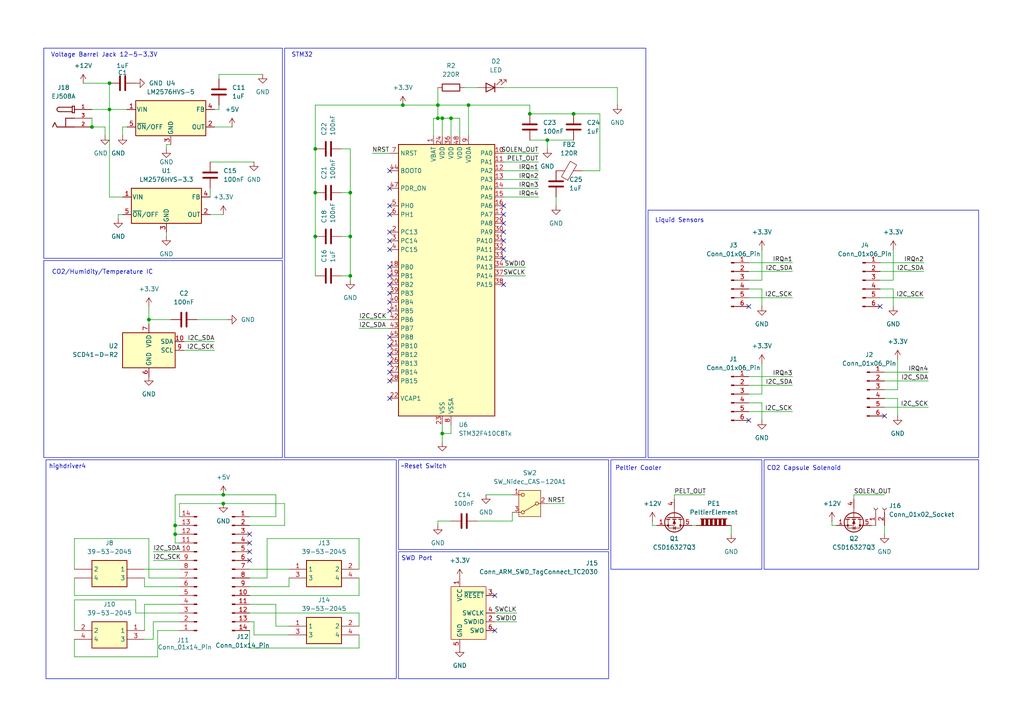
<source format=kicad_sch>
(kicad_sch (version 20231120) (generator "eeschema") (generator_version "8.0")
  (paper "A4")
  (lib_symbols
    (symbol "39-53-2045_1" (pin_numbers hide)
      (property "Reference" "J" (at 16.51 7.62 0))
      (property "Value" "39-53-2045" (at 16.51 5.08 0))
      (symbol "39-53-2045_1_1_1"
        (pin passive line (at 20.32 0 180) (length 5.08) (name "1") (number "1"))
        (pin passive line (at 0 0 0) (length 5.08) (name "2") (number "2"))
        (pin passive line (at 20.32 -2.54 180) (length 5.08) (name "3") (number "3"))
        (pin passive line (at 0 -2.54 0) (length 5.08) (name "4") (number "4"))
      )
    )
    (symbol "Connector:Conn_01x02_Socket" (pin_names (offset 1.016) hide)
      (property "Reference" "J" (at 0 2.54 0))
      (property "Value" "Conn_01x02_Socket" (at 0 -5.08 0))
      (symbol "Conn_01x02_Socket_1_1"
        (pin passive line (at -5.08 0 0) (length 3.81) (name "Pin_1") (number "1"))
        (pin passive line (at -5.08 -2.54 0) (length 3.81) (name "Pin_2") (number "2"))
      )
    )
    (symbol "Connector:Conn_01x06_Pin" (pin_names (offset 1.016) hide)
      (property "Reference" "J" (at 0 7.62 0))
      (property "Value" "Conn_01x06_Pin" (at 0 -10.16 0))
      (symbol "Conn_01x06_Pin_1_1"
        (pin passive line (at 5.08 5.08 180) (length 3.81) (name "Pin_1") (number "1"))
        (pin passive line (at 5.08 2.54 180) (length 3.81) (name "Pin_2") (number "2"))
        (pin passive line (at 5.08 0 180) (length 3.81) (name "Pin_3") (number "3"))
        (pin passive line (at 5.08 -2.54 180) (length 3.81) (name "Pin_4") (number "4"))
        (pin passive line (at 5.08 -5.08 180) (length 3.81) (name "Pin_5") (number "5"))
        (pin passive line (at 5.08 -7.62 180) (length 3.81) (name "Pin_6") (number "6"))
      )
    )
    (symbol "Connector:Conn_01x14_Pin" (pin_names (offset 1.016) hide)
      (property "Reference" "J" (at 0 17.78 0))
      (property "Value" "Conn_01x14_Pin" (at 0 -20.32 0))
      (symbol "Conn_01x14_Pin_1_1"
        (pin passive line (at 5.08 15.24 180) (length 3.81) (name "Pin_1") (number "1"))
        (pin passive line (at 5.08 -7.62 180) (length 3.81) (name "Pin_10") (number "10"))
        (pin passive line (at 5.08 -10.16 180) (length 3.81) (name "Pin_11") (number "11"))
        (pin passive line (at 5.08 -12.7 180) (length 3.81) (name "Pin_12") (number "12"))
        (pin passive line (at 5.08 -15.24 180) (length 3.81) (name "Pin_13") (number "13"))
        (pin passive line (at 5.08 -17.78 180) (length 3.81) (name "Pin_14") (number "14"))
        (pin passive line (at 5.08 12.7 180) (length 3.81) (name "Pin_2") (number "2"))
        (pin passive line (at 5.08 10.16 180) (length 3.81) (name "Pin_3") (number "3"))
        (pin passive line (at 5.08 7.62 180) (length 3.81) (name "Pin_4") (number "4"))
        (pin passive line (at 5.08 5.08 180) (length 3.81) (name "Pin_5") (number "5"))
        (pin passive line (at 5.08 2.54 180) (length 3.81) (name "Pin_6") (number "6"))
        (pin passive line (at 5.08 0 180) (length 3.81) (name "Pin_7") (number "7"))
        (pin passive line (at 5.08 -2.54 180) (length 3.81) (name "Pin_8") (number "8"))
        (pin passive line (at 5.08 -5.08 180) (length 3.81) (name "Pin_9") (number "9"))
      )
    )
    (symbol "Connector:Conn_ARM_SWD_TagConnect_TC2030" (in_bom no)
      (property "Reference" "J" (at 2.54 11.43 0))
      (property "Value" "Conn_ARM_SWD_TagConnect_TC2030" (at 5.08 8.89 0))
      (symbol "Conn_ARM_SWD_TagConnect_TC2030_0_0"
        (pin power_in line (at -2.54 10.16 270) (length 2.54) (name "VCC") (number "1"))
        (pin bidirectional line (at 7.62 -2.54 180) (length 2.54) (name "SWDIO") (number "2"))
        (pin open_collector line (at 7.62 5.08 180) (length 2.54) (name "~{RESET}") (number "3"))
        (pin output line (at 7.62 0 180) (length 2.54) (name "SWCLK") (number "4"))
        (pin power_in line (at -2.54 -10.16 90) (length 2.54) (name "GND") (number "5"))
        (pin input line (at 7.62 -5.08 180) (length 2.54) (name "SWO") (number "6"))
      )
    )
    (symbol "Device:C" (pin_numbers hide) (pin_names (offset 0.254))
      (property "Reference" "C" (at 0.635 2.54 0))
      (property "Value" "C" (at 0.635 -2.54 0))
      (symbol "C_1_1"
        (pin passive line (at 0 3.81 270) (length 2.794) (name "~") (number "1"))
        (pin passive line (at 0 -3.81 90) (length 2.794) (name "~") (number "2"))
      )
    )
    (symbol "Device:FerriteBead" (pin_numbers hide) (pin_names (offset 0))
      (property "Reference" "FB" (at -3.81 0.635 90))
      (property "Value" "FerriteBead" (at 3.81 0 90))
      (symbol "FerriteBead_1_1"
        (pin passive line (at 0 3.81 270) (length 2.54) (name "~") (number "1"))
        (pin passive line (at 0 -3.81 90) (length 2.54) (name "~") (number "2"))
      )
    )
    (symbol "Device:LED" (pin_numbers hide) (pin_names (offset 1.016) hide)
      (property "Reference" "D" (at 0 2.54 0))
      (property "Value" "LED" (at 0 -2.54 0))
      (symbol "LED_1_1"
        (pin passive line (at -3.81 0 0) (length 2.54) (name "K") (number "1"))
        (pin passive line (at 3.81 0 180) (length 2.54) (name "A") (number "2"))
      )
    )
    (symbol "Device:PeltierElement" (pin_numbers hide) (pin_names (offset 0))
      (property "Reference" "PE" (at 0 3.175 0))
      (property "Value" "PeltierElement" (at 0 -1.27 0))
      (symbol "PeltierElement_1_1"
        (pin passive line (at -5.08 0 0) (length 1.27) (name "~") (number "1"))
        (pin passive line (at 5.08 0 180) (length 1.27) (name "~") (number "2"))
      )
    )
    (symbol "Device:R" (pin_numbers hide) (pin_names (offset 0))
      (property "Reference" "R" (at 2.032 0 90))
      (property "Value" "R" (at 0 0 90))
      (symbol "R_1_1"
        (pin passive line (at 0 3.81 270) (length 1.27) (name "~") (number "1"))
        (pin passive line (at 0 -3.81 90) (length 1.27) (name "~") (number "2"))
      )
    )
    (symbol "MCU_ST_STM32F4:STM32F410C8Tx"
      (property "Reference" "U" (at -12.7 41.91 0))
      (property "Value" "STM32F410C8Tx" (at 10.16 41.91 0))
      (symbol "STM32F410C8Tx_1_1"
        (pin power_in line (at -2.54 43.18 270) (length 2.54) (name "VBAT") (number "1"))
        (pin bidirectional line (at 17.78 38.1 180) (length 2.54) (name "PA0") (number "10"))
        (pin bidirectional line (at 17.78 35.56 180) (length 2.54) (name "PA1") (number "11"))
        (pin bidirectional line (at 17.78 33.02 180) (length 2.54) (name "PA2") (number "12"))
        (pin bidirectional line (at 17.78 30.48 180) (length 2.54) (name "PA3") (number "13"))
        (pin bidirectional line (at 17.78 27.94 180) (length 2.54) (name "PA4") (number "14"))
        (pin bidirectional line (at 17.78 25.4 180) (length 2.54) (name "PA5") (number "15"))
        (pin bidirectional line (at 17.78 22.86 180) (length 2.54) (name "PA6") (number "16"))
        (pin bidirectional line (at 17.78 20.32 180) (length 2.54) (name "PA7") (number "17"))
        (pin bidirectional line (at -15.24 5.08 0) (length 2.54) (name "PB0") (number "18"))
        (pin bidirectional line (at -15.24 2.54 0) (length 2.54) (name "PB1") (number "19"))
        (pin bidirectional line (at -15.24 15.24 0) (length 2.54) (name "PC13") (number "2"))
        (pin bidirectional line (at -15.24 0 0) (length 2.54) (name "PB2") (number "20"))
        (pin bidirectional line (at -15.24 -17.78 0) (length 2.54) (name "PB10") (number "21"))
        (pin power_out line (at -15.24 -33.02 0) (length 2.54) (name "VCAP1") (number "22"))
        (pin power_in line (at 0 -40.64 90) (length 2.54) (name "VSS") (number "23"))
        (pin power_in line (at 0 43.18 270) (length 2.54) (name "VDD") (number "24"))
        (pin bidirectional line (at -15.24 -20.32 0) (length 2.54) (name "PB12") (number "25"))
        (pin bidirectional line (at -15.24 -22.86 0) (length 2.54) (name "PB13") (number "26"))
        (pin bidirectional line (at -15.24 -25.4 0) (length 2.54) (name "PB14") (number "27"))
        (pin bidirectional line (at -15.24 -27.94 0) (length 2.54) (name "PB15") (number "28"))
        (pin bidirectional line (at 17.78 17.78 180) (length 2.54) (name "PA8") (number "29"))
        (pin bidirectional line (at -15.24 12.7 0) (length 2.54) (name "PC14") (number "3"))
        (pin bidirectional line (at 17.78 15.24 180) (length 2.54) (name "PA9") (number "30"))
        (pin bidirectional line (at 17.78 12.7 180) (length 2.54) (name "PA10") (number "31"))
        (pin bidirectional line (at 17.78 10.16 180) (length 2.54) (name "PA11") (number "32"))
        (pin bidirectional line (at 17.78 7.62 180) (length 2.54) (name "PA12") (number "33"))
        (pin bidirectional line (at 17.78 5.08 180) (length 2.54) (name "PA13") (number "34"))
        (pin passive line (at 0 -40.64 90) (length 2.54) hide (name "VSS") (number "35"))
        (pin power_in line (at 2.54 43.18 270) (length 2.54) (name "VDD") (number "36"))
        (pin bidirectional line (at 17.78 2.54 180) (length 2.54) (name "PA14") (number "37"))
        (pin bidirectional line (at 17.78 0 180) (length 2.54) (name "PA15") (number "38"))
        (pin bidirectional line (at -15.24 -2.54 0) (length 2.54) (name "PB3") (number "39"))
        (pin bidirectional line (at -15.24 10.16 0) (length 2.54) (name "PC15") (number "4"))
        (pin bidirectional line (at -15.24 -5.08 0) (length 2.54) (name "PB4") (number "40"))
        (pin bidirectional line (at -15.24 -7.62 0) (length 2.54) (name "PB5") (number "41"))
        (pin bidirectional line (at -15.24 -10.16 0) (length 2.54) (name "PB6") (number "42"))
        (pin bidirectional line (at -15.24 -12.7 0) (length 2.54) (name "PB7") (number "43"))
        (pin input line (at -15.24 33.02 0) (length 2.54) (name "BOOT0") (number "44"))
        (pin bidirectional line (at -15.24 -15.24 0) (length 2.54) (name "PB8") (number "45"))
        (pin passive line (at 0 -40.64 90) (length 2.54) hide (name "VSS") (number "46"))
        (pin input line (at -15.24 27.94 0) (length 2.54) (name "PDR_ON") (number "47"))
        (pin power_in line (at 5.08 43.18 270) (length 2.54) (name "VDD") (number "48"))
        (pin bidirectional line (at -15.24 22.86 0) (length 2.54) (name "PH0") (number "5"))
        (pin bidirectional line (at -15.24 20.32 0) (length 2.54) (name "PH1") (number "6"))
        (pin input line (at -15.24 38.1 0) (length 2.54) (name "NRST") (number "7"))
        (pin power_in line (at 2.54 -40.64 90) (length 2.54) (name "VSSA") (number "8"))
        (pin power_in line (at 7.62 43.18 270) (length 2.54) (name "VDDA") (number "9"))
      )
    )
    (symbol "Regulator_Switching:LM2576HVS-3.3" (pin_names (offset 0.254))
      (property "Reference" "U" (at -10.16 6.35 0))
      (property "Value" "LM2576HVS-3.3" (at 0 6.35 0))
      (symbol "LM2576HVS-3.3_1_1"
        (pin power_in line (at -12.7 2.54 0) (length 2.54) (name "VIN") (number "1"))
        (pin output line (at 12.7 -2.54 180) (length 2.54) (name "OUT") (number "2"))
        (pin power_in line (at 0 -7.62 90) (length 2.54) (name "GND") (number "3"))
        (pin input line (at 12.7 2.54 180) (length 2.54) (name "FB") (number "4"))
        (pin input line (at -12.7 -2.54 0) (length 2.54) (name "~{ON}/OFF") (number "5"))
      )
    )
    (symbol "Regulator_Switching:LM2576HVS-5" (pin_names (offset 0.254))
      (property "Reference" "U" (at -10.16 6.35 0))
      (property "Value" "LM2576HVS-5" (at 0 6.35 0))
      (symbol "LM2576HVS-5_1_1"
        (pin power_in line (at -12.7 2.54 0) (length 2.54) (name "VIN") (number "1"))
        (pin output line (at 12.7 -2.54 180) (length 2.54) (name "OUT") (number "2"))
        (pin power_in line (at 0 -7.62 90) (length 2.54) (name "GND") (number "3"))
        (pin input line (at 12.7 2.54 180) (length 2.54) (name "FB") (number "4"))
        (pin input line (at -12.7 -2.54 0) (length 2.54) (name "~{ON}/OFF") (number "5"))
      )
    )
    (symbol "Sensor_Gas:SCD41-D-R2"
      (property "Reference" "U" (at -7.62 6.35 0))
      (property "Value" "SCD41-D-R2" (at 6.985 6.35 0))
      (symbol "SCD41-D-R2_1_1"
        (pin bidirectional line (at 10.16 2.54 180) (length 2.54) (name "SDA") (number "10"))
        (pin passive line (at 0 7.62 270) (length 2.54) hide (name "VDD") (number "19"))
        (pin passive line (at 0 -7.62 90) (length 2.54) hide (name "GND") (number "20"))
        (pin passive line (at 0 -7.62 90) (length 2.54) hide (name "GND") (number "21"))
        (pin power_in line (at 0 -7.62 90) (length 2.54) (name "GND") (number "6"))
        (pin power_in line (at 0 7.62 270) (length 2.54) (name "VDD") (number "7"))
        (pin input line (at 10.16 0 180) (length 2.54) (name "SCL") (number "9"))
      )
    )
    (symbol "Switch:SW_Nidec_CAS-120A1" (pin_names (offset 1) hide)
      (property "Reference" "SW" (at 0 4.318 0))
      (property "Value" "SW_Nidec_CAS-120A1" (at 0 -5.08 0))
      (symbol "SW_Nidec_CAS-120A1_1_1"
        (pin passive line (at 5.08 -2.54 180) (length 2.54) (name "C") (number "1"))
        (pin passive line (at -5.08 0 0) (length 2.54) (name "B") (number "2"))
        (pin passive line (at 5.08 2.54 180) (length 2.54) (name "A") (number "3"))
      )
    )
    (symbol "Transistor_FET:CSD16327Q3" (pin_names hide)
      (property "Reference" "Q" (at 5.08 1.905 0))
      (property "Value" "CSD16327Q3" (at 5.08 0 0))
      (symbol "CSD16327Q3_1_1"
        (pin passive line (at 2.54 -5.08 90) (length 2.54) (name "S") (number "1"))
        (pin passive line (at 2.54 -5.08 90) (length 2.54) hide (name "S") (number "2"))
        (pin passive line (at 2.54 -5.08 90) (length 2.54) hide (name "S") (number "3"))
        (pin passive line (at -5.08 0 0) (length 2.54) (name "G") (number "4"))
        (pin passive line (at 2.54 5.08 270) (length 2.54) (name "D") (number "5"))
      )
    )
    (symbol "barrel_jack_EJ508A:EJ508A" (pin_names (offset 1.016))
      (property "Reference" "J" (at -5.08 5.08 0))
      (property "Value" "EJ508A" (at -5.08 -7.62 0))
      (symbol "EJ508A_0_0"
        (pin passive line (at 5.08 2.54 180) (length 5.08) (name "~") (number "1"))
        (pin passive line (at 5.08 -2.54 180) (length 5.08) (name "~") (number "2"))
        (pin passive line (at 5.08 0 180) (length 5.08) (name "~") (number "3"))
      )
    )
    (symbol "microfluid_connector:39-53-2045"
      (property "Reference" "J" (at 16.51 7.62 0))
      (property "Value" "39-53-2045" (at 16.51 5.08 0))
      (symbol "39-53-2045_1_1"
        (pin passive line (at 20.32 0 180) (length 5.08) (name "1") (number "1"))
        (pin passive line (at 0 0 0) (length 5.08) (name "2") (number "2"))
        (pin passive line (at 20.32 -2.54 180) (length 5.08) (name "3") (number "3"))
        (pin passive line (at 0 -2.54 0) (length 5.08) (name "4") (number "4"))
      )
    )
    (symbol "power:+12V" (power) (pin_numbers hide) (pin_names (offset 0) hide)
      (property "Value" "+12V" (at 0 3.556 0))
      (symbol "+12V_1_1"
        (pin power_in line (at 0 0 90) (length 0) (name "~") (number "1"))
      )
    )
    (symbol "power:+3.3V" (power) (pin_numbers hide) (pin_names (offset 0) hide)
      (property "Value" "+3.3V" (at 0 3.556 0))
      (symbol "+3.3V_1_1"
        (pin power_in line (at 0 0 90) (length 0) (name "~") (number "1"))
      )
    )
    (symbol "power:+5V" (power) (pin_numbers hide) (pin_names (offset 0) hide)
      (property "Value" "+5V" (at 0 3.556 0))
      (symbol "+5V_1_1"
        (pin power_in line (at 0 0 90) (length 0) (name "~") (number "1"))
      )
    )
    (symbol "power:GND" (power) (pin_numbers hide) (pin_names (offset 0) hide)
      (property "Value" "GND" (at 0 -3.81 0))
      (symbol "GND_1_1"
        (pin power_in line (at 0 0 270) (length 0) (name "~") (number "1"))
      )
    )
  )
  (junction (at 127 30.48))
  (junction (at 101.6 80.01))
  (junction (at 91.44 68.58))
  (junction (at 50.8 154.94))
  (junction (at 166.37 33.02))
  (junction (at 91.44 55.88))
  (junction (at 101.6 68.58))
  (junction (at 153.67 33.02))
  (junction (at 130.81 34.29))
  (junction (at 128.27 34.29))
  (junction (at 50.8 152.4))
  (junction (at 91.44 43.18))
  (junction (at 31.75 24.13))
  (junction (at 128.27 125.73))
  (junction (at 158.75 40.64))
  (junction (at 31.75 31.75))
  (junction (at 127 34.29))
  (junction (at 64.77 143.51))
  (junction (at 116.84 30.48))
  (junction (at 135.89 30.48))
  (junction (at 43.18 92.71))
  (junction (at 64.77 146.05))
  (junction (at 101.6 55.88))
  (junction (at 26.67 36.83))
  (no_connect (at 113.03 67.31))
  (no_connect (at 113.03 82.55))
  (no_connect (at 113.03 59.69))
  (no_connect (at 72.39 162.56))
  (no_connect (at 113.03 110.49))
  (no_connect (at 72.39 157.48))
  (no_connect (at 146.05 82.55))
  (no_connect (at 146.05 64.77))
  (no_connect (at 255.27 88.9))
  (no_connect (at 72.39 154.94))
  (no_connect (at 217.17 121.92))
  (no_connect (at 113.03 87.63))
  (no_connect (at 113.03 105.41))
  (no_connect (at 113.03 72.39))
  (no_connect (at 113.03 77.47))
  (no_connect (at 113.03 62.23))
  (no_connect (at 113.03 69.85))
  (no_connect (at 146.05 69.85))
  (no_connect (at 217.17 88.9))
  (no_connect (at 146.05 67.31))
  (no_connect (at 113.03 54.61))
  (no_connect (at 113.03 107.95))
  (no_connect (at 143.51 172.72))
  (no_connect (at 113.03 49.53))
  (no_connect (at 146.05 72.39))
  (no_connect (at 113.03 115.57))
  (no_connect (at 113.03 85.09))
  (no_connect (at 113.03 100.33))
  (no_connect (at 113.03 90.17))
  (no_connect (at 146.05 74.93))
  (no_connect (at 146.05 59.69))
  (no_connect (at 113.03 102.87))
  (no_connect (at 256.54 120.65))
  (no_connect (at 113.03 97.79))
  (no_connect (at 113.03 80.01))
  (no_connect (at 72.39 160.02))
  (no_connect (at 146.05 62.23))
  (no_connect (at 143.51 182.88))
  (wire (pts (xy 80.01 181.61) (xy 83.82 181.61)))
  (wire (pts (xy 127 34.29) (xy 128.27 34.29)))
  (wire (pts (xy 130.81 34.29) (xy 133.35 34.29)))
  (wire (pts (xy 153.67 33.02) (xy 166.37 33.02)))
  (wire (pts (xy 31.75 57.15) (xy 35.56 57.15)))
  (wire (pts (xy 138.43 151.13) (xy 148.59 151.13)))
  (wire (pts (xy 127 152.4) (xy 127 151.13)))
  (wire (pts (xy 254 152.4) (xy 252.73 152.4)))
  (wire (pts (xy 140.97 143.51) (xy 148.59 143.51)))
  (wire (pts (xy 267.97 78.74) (xy 255.27 78.74)))
  (wire (pts (xy 50.8 143.51) (xy 64.77 143.51)))
  (wire (pts (xy 43.18 88.9) (xy 43.18 92.71)))
  (wire (pts (xy 152.4 80.01) (xy 146.05 80.01)))
  (wire (pts (xy 35.56 36.83) (xy 36.83 36.83)))
  (wire (pts (xy 21.59 156.21) (xy 21.59 165.1)))
  (wire (pts (xy 35.56 39.37) (xy 35.56 36.83)))
  (wire (pts (xy 156.21 52.07) (xy 146.05 52.07)))
  (wire (pts (xy 146.05 49.53) (xy 156.21 49.53)))
  (wire (pts (xy 220.98 116.84) (xy 220.98 121.92)))
  (wire (pts (xy 76.2 21.59) (xy 63.5 21.59)))
  (wire (pts (xy 21.59 190.5) (xy 21.59 185.42)))
  (wire (pts (xy 128.27 128.27) (xy 128.27 125.73)))
  (wire (pts (xy 73.66 184.15) (xy 83.82 184.15)))
  (wire (pts (xy 26.67 36.83) (xy 30.48 36.83)))
  (wire (pts (xy 44.45 180.34) (xy 44.45 185.42)))
  (wire (pts (xy 116.84 30.48) (xy 127 30.48)))
  (wire (pts (xy 256.54 113.03) (xy 260.35 113.03)))
  (wire (pts (xy 133.35 34.29) (xy 133.35 39.37)))
  (wire (pts (xy 44.45 160.02) (xy 52.07 160.02)))
  (wire (pts (xy 101.6 81.28) (xy 101.6 80.01)))
  (wire (pts (xy 52.07 175.26) (xy 41.91 175.26)))
  (wire (pts (xy 179.07 25.4) (xy 146.05 25.4)))
  (wire (pts (xy 31.75 24.13) (xy 31.75 31.75)))
  (wire (pts (xy 43.18 92.71) (xy 43.18 93.98)))
  (wire (pts (xy 166.37 33.02) (xy 173.99 33.02)))
  (wire (pts (xy 21.59 173.99) (xy 21.59 182.88)))
  (wire (pts (xy 72.39 149.86) (xy 80.01 149.86)))
  (wire (pts (xy 82.55 152.4) (xy 82.55 146.05)))
  (wire (pts (xy 50.8 143.51) (xy 50.8 152.4)))
  (wire (pts (xy 161.29 59.69) (xy 161.29 57.15)))
  (wire (pts (xy 34.29 63.5) (xy 34.29 62.23)))
  (wire (pts (xy 135.89 30.48) (xy 153.67 30.48)))
  (wire (pts (xy 217.17 86.36) (xy 229.87 86.36)))
  (wire (pts (xy 48.26 41.91) (xy 48.26 43.18)))
  (wire (pts (xy 229.87 76.2) (xy 217.17 76.2)))
  (wire (pts (xy 26.67 34.29) (xy 26.67 36.83)))
  (wire (pts (xy 45.72 182.88) (xy 45.72 190.5)))
  (wire (pts (xy 127 30.48) (xy 135.89 30.48)))
  (wire (pts (xy 104.14 156.21) (xy 104.14 165.1)))
  (wire (pts (xy 48.26 41.91) (xy 49.53 41.91)))
  (wire (pts (xy 201.93 152.4) (xy 200.66 152.4)))
  (wire (pts (xy 80.01 175.26) (xy 80.01 181.61)))
  (wire (pts (xy 149.86 180.34) (xy 143.51 180.34)))
  (wire (pts (xy 101.6 43.18) (xy 99.06 43.18)))
  (wire (pts (xy 62.23 99.06) (xy 53.34 99.06)))
  (wire (pts (xy 91.44 55.88) (xy 91.44 43.18)))
  (wire (pts (xy 217.17 83.82) (xy 220.98 83.82)))
  (wire (pts (xy 63.5 21.59) (xy 63.5 22.86)))
  (wire (pts (xy 62.23 36.83) (xy 67.31 36.83)))
  (wire (pts (xy 83.82 170.18) (xy 83.82 167.64)))
  (wire (pts (xy 241.3 151.13) (xy 241.3 152.4)))
  (wire (pts (xy 220.98 83.82) (xy 220.98 88.9)))
  (wire (pts (xy 247.65 143.51) (xy 247.65 144.78)))
  (wire (pts (xy 128.27 125.73) (xy 130.81 125.73)))
  (wire (pts (xy 220.98 114.3) (xy 220.98 105.41)))
  (wire (pts (xy 156.21 44.45) (xy 146.05 44.45)))
  (wire (pts (xy 39.37 173.99) (xy 21.59 173.99)))
  (wire (pts (xy 149.86 177.8) (xy 143.51 177.8)))
  (wire (pts (xy 43.18 156.21) (xy 21.59 156.21)))
  (wire (pts (xy 50.8 152.4) (xy 50.8 154.94)))
  (wire (pts (xy 104.14 92.71) (xy 113.03 92.71)))
  (wire (pts (xy 220.98 81.28) (xy 220.98 72.39)))
  (wire (pts (xy 256.54 143.51) (xy 247.65 143.51)))
  (wire (pts (xy 101.6 68.58) (xy 99.06 68.58)))
  (wire (pts (xy 269.24 107.95) (xy 256.54 107.95)))
  (wire (pts (xy 24.13 24.13) (xy 31.75 24.13)))
  (wire (pts (xy 269.24 110.49) (xy 256.54 110.49)))
  (wire (pts (xy 45.72 190.5) (xy 21.59 190.5)))
  (wire (pts (xy 72.39 187.96) (xy 72.39 182.88)))
  (wire (pts (xy 128.27 123.19) (xy 128.27 125.73)))
  (wire (pts (xy 259.08 81.28) (xy 259.08 72.39)))
  (wire (pts (xy 135.89 30.48) (xy 135.89 39.37)))
  (wire (pts (xy 158.75 43.18) (xy 158.75 40.64)))
  (wire (pts (xy 63.5 31.75) (xy 63.5 30.48)))
  (wire (pts (xy 91.44 80.01) (xy 91.44 68.58)))
  (wire (pts (xy 72.39 170.18) (xy 83.82 170.18)))
  (wire (pts (xy 44.45 185.42) (xy 41.91 185.42)))
  (wire (pts (xy 64.77 143.51) (xy 80.01 143.51)))
  (wire (pts (xy 195.58 143.51) (xy 195.58 144.78)))
  (wire (pts (xy 52.07 165.1) (xy 41.91 165.1)))
  (wire (pts (xy 256.54 118.11) (xy 269.24 118.11)))
  (wire (pts (xy 212.09 154.94) (xy 212.09 152.4)))
  (wire (pts (xy 39.37 177.8) (xy 39.37 173.99)))
  (wire (pts (xy 217.17 116.84) (xy 220.98 116.84)))
  (wire (pts (xy 255.27 86.36) (xy 267.97 86.36)))
  (wire (pts (xy 52.07 146.05) (xy 64.77 146.05)))
  (wire (pts (xy 204.47 143.51) (xy 195.58 143.51)))
  (wire (pts (xy 72.39 175.26) (xy 80.01 175.26)))
  (wire (pts (xy 52.07 154.94) (xy 50.8 154.94)))
  (wire (pts (xy 104.14 177.8) (xy 104.14 181.61)))
  (wire (pts (xy 130.81 34.29) (xy 130.81 39.37)))
  (wire (pts (xy 104.14 167.64) (xy 104.14 172.72)))
  (wire (pts (xy 91.44 30.48) (xy 116.84 30.48)))
  (wire (pts (xy 77.47 167.64) (xy 77.47 156.21)))
  (wire (pts (xy 57.15 92.71) (xy 66.04 92.71)))
  (wire (pts (xy 128.27 34.29) (xy 130.81 34.29)))
  (wire (pts (xy 101.6 55.88) (xy 101.6 43.18)))
  (wire (pts (xy 217.17 114.3) (xy 220.98 114.3)))
  (wire (pts (xy 62.23 101.6) (xy 53.34 101.6)))
  (wire (pts (xy 72.39 167.64) (xy 77.47 167.64)))
  (wire (pts (xy 163.83 146.05) (xy 158.75 146.05)))
  (wire (pts (xy 50.8 154.94) (xy 50.8 157.48)))
  (wire (pts (xy 41.91 170.18) (xy 41.91 167.64)))
  (wire (pts (xy 60.96 54.61) (xy 60.96 57.15)))
  (wire (pts (xy 72.39 152.4) (xy 82.55 152.4)))
  (wire (pts (xy 101.6 55.88) (xy 99.06 55.88)))
  (wire (pts (xy 73.66 180.34) (xy 72.39 180.34)))
  (wire (pts (xy 153.67 30.48) (xy 153.67 33.02)))
  (wire (pts (xy 104.14 95.25) (xy 113.03 95.25)))
  (wire (pts (xy 260.35 113.03) (xy 260.35 104.14)))
  (wire (pts (xy 64.77 146.05) (xy 82.55 146.05)))
  (wire (pts (xy 73.66 184.15) (xy 73.66 180.34)))
  (wire (pts (xy 156.21 46.99) (xy 146.05 46.99)))
  (wire (pts (xy 52.07 149.86) (xy 52.07 146.05)))
  (wire (pts (xy 77.47 156.21) (xy 104.14 156.21)))
  (wire (pts (xy 217.17 119.38) (xy 229.87 119.38)))
  (wire (pts (xy 72.39 172.72) (xy 104.14 172.72)))
  (wire (pts (xy 60.96 46.99) (xy 73.66 46.99)))
  (wire (pts (xy 189.23 151.13) (xy 189.23 152.4)))
  (wire (pts (xy 130.81 123.19) (xy 130.81 125.73)))
  (wire (pts (xy 52.07 180.34) (xy 44.45 180.34)))
  (wire (pts (xy 80.01 143.51) (xy 80.01 149.86)))
  (wire (pts (xy 128.27 34.29) (xy 128.27 39.37)))
  (wire (pts (xy 31.75 31.75) (xy 36.83 31.75)))
  (wire (pts (xy 104.14 184.15) (xy 104.14 187.96)))
  (wire (pts (xy 229.87 78.74) (xy 217.17 78.74)))
  (wire (pts (xy 52.07 167.64) (xy 43.18 167.64)))
  (wire (pts (xy 43.18 167.64) (xy 43.18 156.21)))
  (wire (pts (xy 255.27 81.28) (xy 259.08 81.28)))
  (wire (pts (xy 26.67 31.75) (xy 31.75 31.75)))
  (wire (pts (xy 134.62 25.4) (xy 138.43 25.4)))
  (wire (pts (xy 91.44 68.58) (xy 91.44 55.88)))
  (wire (pts (xy 260.35 115.57) (xy 260.35 120.65)))
  (wire (pts (xy 259.08 83.82) (xy 259.08 88.9)))
  (wire (pts (xy 256.54 115.57) (xy 260.35 115.57)))
  (wire (pts (xy 229.87 109.22) (xy 217.17 109.22)))
  (wire (pts (xy 156.21 57.15) (xy 146.05 57.15)))
  (wire (pts (xy 217.17 81.28) (xy 220.98 81.28)))
  (wire (pts (xy 173.99 33.02) (xy 173.99 49.53)))
  (wire (pts (xy 52.07 177.8) (xy 39.37 177.8)))
  (wire (pts (xy 62.23 31.75) (xy 63.5 31.75)))
  (wire (pts (xy 60.96 62.23) (xy 64.77 62.23)))
  (wire (pts (xy 125.73 34.29) (xy 127 34.29)))
  (wire (pts (xy 173.99 49.53) (xy 168.91 49.53)))
  (wire (pts (xy 31.75 31.75) (xy 31.75 57.15)))
  (wire (pts (xy 127 30.48) (xy 127 34.29)))
  (wire (pts (xy 52.07 152.4) (xy 50.8 152.4)))
  (wire (pts (xy 34.29 62.23) (xy 35.56 62.23)))
  (wire (pts (xy 127 25.4) (xy 127 30.48)))
  (wire (pts (xy 229.87 111.76) (xy 217.17 111.76)))
  (wire (pts (xy 179.07 30.48) (xy 179.07 25.4)))
  (wire (pts (xy 152.4 77.47) (xy 146.05 77.47)))
  (wire (pts (xy 241.3 152.4) (xy 242.57 152.4)))
  (wire (pts (xy 127 151.13) (xy 130.81 151.13)))
  (wire (pts (xy 101.6 80.01) (xy 101.6 68.58)))
  (wire (pts (xy 72.39 177.8) (xy 104.14 177.8)))
  (wire (pts (xy 43.18 92.71) (xy 49.53 92.71)))
  (wire (pts (xy 153.67 40.64) (xy 158.75 40.64)))
  (wire (pts (xy 99.06 80.01) (xy 101.6 80.01)))
  (wire (pts (xy 255.27 83.82) (xy 259.08 83.82)))
  (wire (pts (xy 72.39 165.1) (xy 83.82 165.1)))
  (wire (pts (xy 156.21 54.61) (xy 146.05 54.61)))
  (wire (pts (xy 107.95 44.45) (xy 113.03 44.45)))
  (wire (pts (xy 30.48 36.83) (xy 30.48 39.37)))
  (wire (pts (xy 41.91 175.26) (xy 41.91 182.88)))
  (wire (pts (xy 101.6 68.58) (xy 101.6 55.88)))
  (wire (pts (xy 125.73 34.29) (xy 125.73 39.37)))
  (wire (pts (xy 48.26 67.31) (xy 48.26 68.58)))
  (wire (pts (xy 52.07 157.48) (xy 50.8 157.48)))
  (wire (pts (xy 256.54 154.94) (xy 256.54 152.4)))
  (wire (pts (xy 52.07 182.88) (xy 45.72 182.88)))
  (wire (pts (xy 267.97 76.2) (xy 255.27 76.2)))
  (wire (pts (xy 72.39 187.96) (xy 104.14 187.96)))
  (wire (pts (xy 189.23 152.4) (xy 190.5 152.4)))
  (wire (pts (xy 148.59 151.13) (xy 148.59 148.59)))
  (wire (pts (xy 52.07 170.18) (xy 41.91 170.18)))
  (wire (pts (xy 91.44 43.18) (xy 91.44 30.48)))
  (wire (pts (xy 21.59 172.72) (xy 21.59 167.64)))
  (wire (pts (xy 44.45 162.56) (xy 52.07 162.56)))
  (wire (pts (xy 52.07 172.72) (xy 21.59 172.72)))
  (wire (pts (xy 158.75 40.64) (xy 166.37 40.64)))
  (rectangle (start 115.57 133.35) (end 176.53 159.385))
  (rectangle (start 177.165 133.35) (end 220.98 165.1))
  (rectangle (start 12.7 75.565) (end 81.915 132.715))
  (rectangle (start 221.615 133.35) (end 283.845 165.1))
  (rectangle (start 82.55 13.97) (end 187.325 132.715))
  (rectangle (start 12.7 13.97) (end 81.915 74.93))
  (rectangle (start 13.335 133.35) (end 114.935 196.85))
  (rectangle (start 187.96 60.96) (end 283.845 132.715))
  (rectangle (start 115.57 160.02) (end 176.53 196.85))
  (text "Voltage Barrel Jack 12-5-3.3V" (at 30.226 16.002 0) (effects (font (size 1.27 1.27))))
  (text "CO2/Humidity/Temperature IC" (at 29.718 78.994 0) (effects (font (size 1.27 1.27))))
  (text "Peltier Cooler" (at 185.166 135.89 0) (effects (font (size 1.27 1.27))))
  (text "STM32" (at 87.63 16.002 0) (effects (font (size 1.27 1.27))))
  (text "SWD Port" (at 120.904 162.052 0) (effects (font (size 1.27 1.27))))
  (text "Liquid Sensors" (at 197.104 64.008 0) (effects (font (size 1.27 1.27))))
  (text "highdriver4" (at 19.558 135.382 0) (effects (font (size 1.27 1.27))))
  (text "~Reset Switch" (at 122.936 135.382 0) (effects (font (size 1.27 1.27))))
  (text "CO2 Capsule Solenoid" (at 233.172 135.89 0) (effects (font (size 1.27 1.27))))
  (label "I2C_SDA" (at 269.24 110.49 180))
  (label "IRQn3" (at 156.21 54.61 180))
  (label "I2C_SCK" (at 62.23 101.6 180))
  (label "IRQn1" (at 229.87 76.2 180))
  (label "I2C_SCK" (at 44.45 162.56 0))
  (label "I2C_SCK" (at 229.87 86.36 180))
  (label "IRQn4" (at 156.21 57.15 180))
  (label "IRQn4" (at 269.24 107.95 180))
  (label "I2C_SDA" (at 229.87 78.74 180))
  (label "SWCLK" (at 152.4 80.01 180))
  (label "PELT_OUT" (at 195.58 143.51 0))
  (label "I2C_SCK" (at 229.87 119.38 180))
  (label "I2C_SCK" (at 104.14 92.71 0))
  (label "NRST" (at 163.83 146.05 180))
  (label "SWDIO" (at 149.86 180.34 180))
  (label "I2C_SDA" (at 62.23 99.06 180))
  (label "SOLEN_OUT" (at 247.65 143.51 0))
  (label "I2C_SCK" (at 267.97 86.36 180))
  (label "NRST" (at 107.95 44.45 0))
  (label "IRQn2" (at 156.21 52.07 180))
  (label "SWDIO" (at 152.4 77.47 180))
  (label "I2C_SDA" (at 267.97 78.74 180))
  (label "IRQn3" (at 229.87 109.22 180))
  (label "SOLEN_OUT" (at 156.21 44.45 180))
  (label "I2C_SCK" (at 269.24 118.11 180))
  (label "PELT_OUT" (at 156.21 46.99 180))
  (label "IRQn1" (at 156.21 49.53 180))
  (label "I2C_SDA" (at 229.87 111.76 180))
  (label "I2C_SDA" (at 104.14 95.25 0))
  (label "SWCLK" (at 149.86 177.8 180))
  (label "IRQn2" (at 267.97 76.2 180))
  (label "I2C_SDA" (at 44.45 160.02 0))
  (symbol (lib_id "Regulator_Switching:LM2576HVS-3.3") (at 48.26 59.69 0) (unit 1)
    (property "Reference" "U1" (at 48.26 49.53 0))
    (property "Value" "LM2576HVS-3.3" (at 48.26 52.07 0))
    (property "Footprint" "Package_TO_SOT_SMD:TO-263-5_TabPin3" (effects (hide yes)))
    (property "Datasheet" "http://www.ti.com/lit/ds/symlink/lm2576.pdf" (effects (hide yes)))
    (property "Description" "3.3V, 3A, SIMPLE SWITCHER® Step-Down Voltage Regulator, High Voltage Input, TO-263" (effects (hide yes)))
  )
  (symbol (lib_id "power:GND") (at 133.35 187.96 0) (unit 1)
    (property "Reference" "#PWR019" (effects (hide yes)))
    (property "Value" "GND" (at 133.35 193.04 0))
    (property "Description" "Power symbol creates a global label with name \"GND\" , ground" (effects (hide yes)))
  )
  (symbol (lib_id "Device:C") (at 95.25 80.01 90) (unit 1)
    (property "Reference" "C16" (at 93.9799 76.2 0) (effects (justify left)))
    (property "Value" "1uF" (at 96.5199 76.2 0) (effects (justify left)))
    (property "Footprint" "Capacitor_SMD:C_0402_1005Metric" (effects (hide yes)))
    (property "Description" "Unpolarized capacitor" (effects (hide yes)))
  )
  (symbol (lib_id "power:GND") (at 43.18 109.22 0) (unit 1)
    (property "Reference" "#PWR039" (effects (hide yes)))
    (property "Value" "GND" (at 43.18 114.3 0))
    (property "Description" "Power symbol creates a global label with name \"GND\" , ground" (effects (hide yes)))
  )
  (symbol (lib_id "power:GND") (at 35.56 39.37 0) (unit 1)
    (property "Reference" "#PWR027" (effects (hide yes)))
    (property "Value" "GND" (at 34.29 44.45 0))
    (property "Description" "Power symbol creates a global label with name \"GND\" , ground" (effects (hide yes)))
  )
  (symbol (lib_id "MCU_ST_STM32F4:STM32F410C8Tx") (at 128.27 82.55 0) (unit 1)
    (property "Reference" "U6" (at 133.0041 123.19 0) (effects (justify left)))
    (property "Value" "STM32F410C8Tx" (at 133.0041 125.73 0) (effects (justify left)))
    (property "Footprint" "Package_QFP:LQFP-48_7x7mm_P0.5mm" (effects (hide yes)))
    (property "Datasheet" "https://www.st.com/resource/en/datasheet/stm32f410c8.pdf" (effects (hide yes)))
    (property "Description" "STMicroelectronics Arm Cortex-M4 MCU, 64KB flash, 32KB RAM, 100 MHz, 1.7-3.6V, 35 GPIO, LQFP48" (effects (hide yes)))
  )
  (symbol (lib_id "Device:C") (at 166.37 36.83 0) (unit 1)
    (property "Reference" "C24" (at 170.18 35.5599 0) (effects (justify left)))
    (property "Value" "1uF" (at 170.18 38.0999 0) (effects (justify left)))
    (property "Footprint" "Capacitor_SMD:C_0402_1005Metric" (effects (hide yes)))
    (property "Description" "Unpolarized capacitor" (effects (hide yes)))
  )
  (symbol (lib_id "power:GND") (at 158.75 43.18 0) (unit 1)
    (property "Reference" "#PWR042" (effects (hide yes)))
    (property "Value" "GND" (at 158.75 48.26 0))
    (property "Description" "Power symbol creates a global label with name \"GND\" , ground" (effects (hide yes)))
  )
  (symbol (lib_id "power:+12V") (at 24.13 24.13 0) (unit 1)
    (property "Reference" "#PWR028" (effects (hide yes)))
    (property "Value" "+12V" (at 24.13 19.05 0))
    (property "Description" "Power symbol creates a global label with name \"+12V\"" (effects (hide yes)))
  )
  (symbol (lib_id "power:GND") (at 260.35 120.65 0) (unit 1)
    (property "Reference" "#PWR04" (effects (hide yes)))
    (property "Value" "GND" (at 260.35 125.73 0))
    (property "Description" "Power symbol creates a global label with name \"GND\" , ground" (effects (hide yes)))
  )
  (symbol (lib_id "power:GND") (at 179.07 30.48 0) (unit 1)
    (property "Reference" "#PWR041" (effects (hide yes)))
    (property "Value" "GND" (at 179.07 35.56 0))
    (property "Description" "Power symbol creates a global label with name \"GND\" , ground" (effects (hide yes)))
  )
  (symbol (lib_id "power:GND") (at 76.2 21.59 0) (unit 1)
    (property "Reference" "#PWR029" (effects (hide yes)))
    (property "Value" "GND" (at 76.2 26.67 0))
    (property "Description" "Power symbol creates a global label with name \"GND\" , ground" (effects (hide yes)))
  )
  (symbol (lib_id "Connector:Conn_01x06_Pin") (at 250.19 81.28 0) (unit 1)
    (property "Reference" "J4" (at 250.825 71.12 0))
    (property "Value" "Conn_01x06_Pin" (at 250.825 73.66 0))
    (property "Footprint" "Connector_Hirose:Hirose_DF13-06P-1.25DSA_1x06_P1.25mm_Vertical" (effects (hide yes)))
    (property "Description" "Generic connector, single row, 01x06, script generated" (effects (hide yes)))
  )
  (symbol (lib_id "barrel_jack_EJ508A:EJ508A") (at 21.59 34.29 0) (unit 1)
    (property "Reference" "J18" (at 18.415 25.4 0))
    (property "Value" "EJ508A" (at 18.415 27.94 0))
    (property "Footprint" "barrel_jack_EJ508A:MPD_EJ508A" (effects (hide yes)))
    (property "PARTREV" "J" (effects (hide yes)))
    (property "STANDARD" "Manufacturer Recommendations" (effects (hide yes)))
    (property "MAXIMUM_PACKAGE_HEIGHT" "10.85 mm" (effects (hide yes)))
    (property "MANUFACTURER" "MPD" (effects (hide yes)))
  )
  (symbol (lib_id "power:+3.3V") (at 64.77 62.23 0) (unit 1)
    (property "Reference" "#PWR023" (effects (hide yes)))
    (property "Value" "+3.3V" (at 64.77 57.15 0))
    (property "Description" "Power symbol creates a global label with name \"+3.3V\"" (effects (hide yes)))
  )
  (symbol (lib_id "Device:FerriteBead") (at 165.1 49.53 90) (unit 1)
    (property "Reference" "FB2" (at 165.0492 41.91 90))
    (property "Value" "120R" (at 165.0492 44.45 90))
    (property "Footprint" "Inductor_SMD:L_7.3x7.3_H4.5" (effects (hide yes)))
    (property "Description" "Ferrite bead" (effects (hide yes)))
  )
  (symbol (lib_id "Device:C") (at 95.25 43.18 90) (unit 1)
    (property "Reference" "C22" (at 93.9799 39.37 0) (effects (justify left)))
    (property "Value" "100nF" (at 96.5199 39.37 0) (effects (justify left)))
    (property "Footprint" "Capacitor_SMD:C_0402_1005Metric" (effects (hide yes)))
    (property "Description" "Unpolarized capacitor" (effects (hide yes)))
  )
  (symbol (lib_id "Transistor_FET:CSD16327Q3") (at 247.65 149.86 270) (unit 1)
    (property "Reference" "Q2" (at 247.65 156.21 90))
    (property "Value" "CSD16327Q3" (at 247.65 158.75 90))
    (property "Footprint" "Package_SON:VSON-8_3.3x3.3mm_P0.65mm_NexFET" (effects (hide yes)))
    (property "Datasheet" "https://www.ti.com/lit/ds/symlink/csd16327q3.pdf" (effects (hide yes)))
    (property "Description" "60A Id, 25V Vds, NexFET N-Channel Power MOSFET, 3.4mOhm Ron, Qg Typ 6.2nC, VSON-8 3.3x3.3mm" (effects (hide yes)))
  )
  (symbol (lib_id "Connector:Conn_ARM_SWD_TagConnect_TC2030") (at 135.89 177.8 0) (unit 1) (in_bom no)
    (property "Reference" "J15" (at 173.482 163.322 0) (effects (justify right)))
    (property "Value" "Conn_ARM_SWD_TagConnect_TC2030" (at 173.482 165.862 0) (effects (justify right)))
    (property "Footprint" "Connector:Tag-Connect_TC2030-IDC-FP_2x03_P1.27mm_Vertical" (effects (hide yes)))
    (property "Datasheet" "https://www.tag-connect.com/wp-content/uploads/bsk-pdf-manager/TC2030-CTX_1.pdf" (effects (hide yes)))
    (property "Description" "Tag-Connect ARM Cortex SWD JTAG connector, 6 pin" (effects (hide yes)))
  )
  (symbol (lib_id "Device:C") (at 60.96 50.8 0) (unit 1)
    (property "Reference" "C15" (at 64.77 49.5299 0) (effects (justify left)))
    (property "Value" "100nF" (at 64.77 52.0699 0) (effects (justify left)))
    (property "Footprint" "Capacitor_SMD:C_0402_1005Metric" (effects (hide yes)))
    (property "Description" "Unpolarized capacitor" (effects (hide yes)))
  )
  (symbol (lib_id "Device:C") (at 35.56 24.13 90) (unit 1)
    (property "Reference" "C1" (at 35.56 21.082 90))
    (property "Value" "1uF" (at 35.56 19.05 90))
    (property "Footprint" "Capacitor_SMD:C_0402_1005Metric" (effects (hide yes)))
    (property "Description" "Unpolarized capacitor" (effects (hide yes)))
  )
  (symbol (lib_id "power:GND") (at 34.29 63.5 0) (unit 1)
    (property "Reference" "#PWR026" (effects (hide yes)))
    (property "Value" "GND" (at 34.29 68.58 0))
    (property "Description" "Power symbol creates a global label with name \"GND\" , ground" (effects (hide yes)))
  )
  (symbol (lib_id "Device:C") (at 134.62 151.13 90) (unit 1)
    (property "Reference" "C14" (at 134.62 143.51 90))
    (property "Value" "100nF" (at 134.62 146.05 90))
    (property "Footprint" "Capacitor_SMD:C_0402_1005Metric" (effects (hide yes)))
    (property "Description" "Unpolarized capacitor" (effects (hide yes)))
  )
  (symbol (lib_id "power:GND") (at 220.98 88.9 0) (unit 1)
    (property "Reference" "#PWR06" (effects (hide yes)))
    (property "Value" "GND" (at 220.98 93.98 0))
    (property "Description" "Power symbol creates a global label with name \"GND\" , ground" (effects (hide yes)))
  )
  (symbol (lib_id "microfluid_connector:39-53-2045") (at 104.14 165.1 0) (mirror y) (unit 1)
    (property "Reference" "J13" (at 93.98 157.48 0))
    (property "Value" "39-53-2045" (at 93.98 160.02 0))
    (property "Footprint" "microfluidics:39532045" (effects (hide yes)))
    (property "Datasheet" "https://www.molex.com/content/dam/molex/molex-dot-com/products/automated/en-us/salesdrawingpdf/559/5597/039532045_sd.pdf?inline" (effects (hide yes)))
    (property "Description" "Molex FFC/FPC THROUGH HOLE Series 1.25mm Pitch 4 Way 1 Row Straight Through Hole Female FPC Connector" (effects (hide yes)))
    (property "Height" "10" (effects (hide yes)))
    (property "Mouser Part Number" "538-39532045" (effects (hide yes)))
    (property "Mouser Price/Stock" "https://www.mouser.co.uk/ProductDetail/Molex/39-53-2045?qs=SuPW8U%252B1b0w09bXfTbBfbA%3D%3D" (effects (hide yes)))
    (property "Manufacturer_Name" "Molex" (effects (hide yes)))
    (property "Manufacturer_Part_Number" "39-53-2045" (effects (hide yes)))
  )
  (symbol (lib_id "power:GND") (at 39.37 24.13 90) (unit 1)
    (property "Reference" "#PWR09" (effects (hide yes)))
    (property "Value" "GND" (at 43.18 24.1299 90) (effects (justify right)))
    (property "Description" "Power symbol creates a global label with name \"GND\" , ground" (effects (hide yes)))
  )
  (symbol (lib_id "Device:PeltierElement") (at 207.01 152.4 0) (unit 1)
    (property "Reference" "PE1" (at 207.01 146.05 0))
    (property "Value" "PeltierElement" (at 207.01 148.59 0))
    (property "Footprint" "Connector_PinSocket_2.54mm:PinSocket_1x02_P2.54mm_Vertical" (effects (hide yes)))
    (property "Description" "Peltier element, thermoelectric cooler" (effects (hide yes)))
  )
  (symbol (lib_id "Connector:Conn_01x06_Pin") (at 212.09 81.28 0) (unit 1)
    (property "Reference" "J3" (at 212.725 71.12 0))
    (property "Value" "Conn_01x06_Pin" (at 212.725 73.66 0))
    (property "Footprint" "Connector_Hirose:Hirose_DF13-06P-1.25DSA_1x06_P1.25mm_Vertical" (effects (hide yes)))
    (property "Description" "Generic connector, single row, 01x06, script generated" (effects (hide yes)))
  )
  (symbol (lib_id "power:GND") (at 64.77 146.05 0) (unit 1)
    (property "Reference" "#PWR017" (effects (hide yes)))
    (property "Value" "GND" (at 64.77 151.13 0))
    (property "Description" "Power symbol creates a global label with name \"GND\" , ground" (effects (hide yes)))
  )
  (symbol (lib_id "power:+3.3V") (at 220.98 72.39 0) (unit 1)
    (property "Reference" "#PWR05" (effects (hide yes)))
    (property "Value" "+3.3V" (at 220.98 67.31 0))
    (property "Description" "Power symbol creates a global label with name \"+3.3V\"" (effects (hide yes)))
  )
  (symbol (lib_id "power:+12V") (at 241.3 151.13 0) (unit 1)
    (property "Reference" "#PWR031" (effects (hide yes)))
    (property "Value" "+12V" (at 241.3 146.05 0))
    (property "Description" "Power symbol creates a global label with name \"+12V\"" (effects (hide yes)))
  )
  (symbol (lib_id "power:GND") (at 48.26 43.18 0) (unit 1)
    (property "Reference" "#PWR030" (effects (hide yes)))
    (property "Value" "GND" (at 48.26 46.99 0))
    (property "Description" "Power symbol creates a global label with name \"GND\" , ground" (effects (hide yes)))
  )
  (symbol (lib_id "power:GND") (at 212.09 154.94 0) (unit 1)
    (property "Reference" "#PWR038" (effects (hide yes)))
    (property "Value" "GND" (at 212.09 160.02 0))
    (property "Description" "Power symbol creates a global label with name \"GND\" , ground" (effects (hide yes)))
  )
  (symbol (lib_id "power:GND") (at 101.6 81.28 0) (unit 1)
    (property "Reference" "#PWR035" (effects (hide yes)))
    (property "Value" "GND" (at 101.6 86.36 0))
    (property "Description" "Power symbol creates a global label with name \"GND\" , ground" (effects (hide yes)))
  )
  (symbol (lib_id "power:GND") (at 30.48 39.37 0) (unit 1)
    (property "Reference" "#PWR025" (effects (hide yes)))
    (property "Value" "GND" (at 29.21 44.45 0))
    (property "Description" "Power symbol creates a global label with name \"GND\" , ground" (effects (hide yes)))
  )
  (symbol (lib_id "power:GND") (at 66.04 92.71 90) (unit 1)
    (property "Reference" "#PWR010" (effects (hide yes)))
    (property "Value" "GND" (at 69.85 92.7099 90) (effects (justify right)))
    (property "Description" "Power symbol creates a global label with name \"GND\" , ground" (effects (hide yes)))
  )
  (symbol (lib_id "Sensor_Gas:SCD41-D-R2") (at 43.18 101.6 0) (unit 1)
    (property "Reference" "U2" (at 34.29 100.3299 0) (effects (justify right)))
    (property "Value" "SCD41-D-R2" (at 34.29 102.8699 0) (effects (justify right)))
    (property "Footprint" "Sensor:Sensirion_SCD4x-1EP_10.1x10.1mm_P1.25mm_EP4.8x4.8mm" (effects (hide yes)))
    (property "Datasheet" "https://sensirion.com/media/documents/E0F04247/631EF271/CD_DS_SCD40_SCD41_Datasheet_D1.pdf" (effects (hide yes)))
    (property "Description" "Photoacoustic CO2 sensor, 40 000 ppm, I2C, 2.4-5.5 V, High accuracy  400 - 5000 ppm" (effects (hide yes)))
  )
  (symbol (lib_id "Switch:SW_Nidec_CAS-120A1") (at 153.67 146.05 180) (unit 1)
    (property "Reference" "SW2" (at 153.67 137.16 0))
    (property "Value" "SW_Nidec_CAS-120A1" (at 153.67 139.7 0))
    (property "Footprint" "Button_Switch_SMD:Nidec_Copal_CAS-120A" (effects (hide yes)))
    (property "Datasheet" "https://www.nidec-components.com/e/catalog/switch/cas.pdf" (effects (hide yes)))
    (property "Description" "Switch, single pole double throw" (effects (hide yes)))
  )
  (symbol (lib_id "Device:LED") (at 142.24 25.4 180) (unit 1)
    (property "Reference" "D2" (at 143.8275 17.78 0))
    (property "Value" "LED" (at 143.8275 20.32 0))
    (property "Footprint" "LED_THT:LED_D3.0mm" (effects (hide yes)))
    (property "Description" "Light emitting diode" (effects (hide yes)))
  )
  (symbol (lib_name "39-53-2045_1") (lib_id "microfluid_connector:39-53-2045") (at 21.59 165.1 0) (unit 1)
    (property "Reference" "J8" (at 31.75 157.48 0))
    (property "Value" "39-53-2045" (at 31.75 160.02 0))
    (property "Footprint" "microfluidics:39532045" (effects (hide yes)))
    (property "Datasheet" "https://www.molex.com/content/dam/molex/molex-dot-com/products/automated/en-us/salesdrawingpdf/559/5597/039532045_sd.pdf?inline" (effects (hide yes)))
    (property "Description" "Molex FFC/FPC THROUGH HOLE Series 1.25mm Pitch 4 Way 1 Row Straight Through Hole Female FPC Connector" (effects (hide yes)))
    (property "Height" "10" (effects (hide yes)))
    (property "Mouser Part Number" "538-39532045" (effects (hide yes)))
    (property "Mouser Price/Stock" "https://www.mouser.co.uk/ProductDetail/Molex/39-53-2045?qs=SuPW8U%252B1b0w09bXfTbBfbA%3D%3D" (effects (hide yes)))
    (property "Manufacturer_Name" "Molex" (effects (hide yes)))
    (property "Manufacturer_Part_Number" "39-53-2045" (effects (hide yes)))
  )
  (symbol (lib_id "power:+5V") (at 67.31 36.83 0) (unit 1)
    (property "Reference" "#PWR022" (effects (hide yes)))
    (property "Value" "+5V" (at 67.31 31.75 0))
    (property "Description" "Power symbol creates a global label with name \"+5V\"" (effects (hide yes)))
  )
  (symbol (lib_id "power:+3.3V") (at 220.98 105.41 0) (unit 1)
    (property "Reference" "#PWR01" (effects (hide yes)))
    (property "Value" "+3.3V" (at 220.98 100.33 0))
    (property "Description" "Power symbol creates a global label with name \"+3.3V\"" (effects (hide yes)))
  )
  (symbol (lib_id "power:+3.3V") (at 260.35 104.14 0) (unit 1)
    (property "Reference" "#PWR03" (effects (hide yes)))
    (property "Value" "+3.3V" (at 260.35 99.06 0))
    (property "Description" "Power symbol creates a global label with name \"+3.3V\"" (effects (hide yes)))
  )
  (symbol (lib_id "Connector:Conn_01x02_Socket") (at 254 147.32 90) (unit 1)
    (property "Reference" "J16" (at 257.81 146.6849 90) (effects (justify right)))
    (property "Value" "Conn_01x02_Socket" (at 257.81 149.2249 90) (effects (justify right)))
    (property "Footprint" "Connector_PinSocket_2.54mm:PinSocket_1x02_P2.54mm_Vertical" (effects (hide yes)))
    (property "Description" "Generic connector, single row, 01x02, script generated" (effects (hide yes)))
  )
  (symbol (lib_id "Connector:Conn_01x06_Pin") (at 251.46 113.03 0) (unit 1)
    (property "Reference" "J2" (at 252.095 102.87 0))
    (property "Value" "Conn_01x06_Pin" (at 252.095 105.41 0))
    (property "Footprint" "Connector_Hirose:Hirose_DF13-06P-1.25DSA_1x06_P1.25mm_Vertical" (effects (hide yes)))
    (property "Description" "Generic connector, single row, 01x06, script generated" (effects (hide yes)))
  )
  (symbol (lib_id "Connector:Conn_01x06_Pin") (at 212.09 114.3 0) (unit 1)
    (property "Reference" "J1" (at 212.725 104.14 0))
    (property "Value" "Conn_01x06_Pin" (at 212.725 106.68 0))
    (property "Footprint" "Connector_Hirose:Hirose_DF13-06P-1.25DSA_1x06_P1.25mm_Vertical" (effects (hide yes)))
    (property "Description" "Generic connector, single row, 01x06, script generated" (effects (hide yes)))
  )
  (symbol (lib_id "microfluid_connector:39-53-2045") (at 21.59 182.88 0) (unit 1)
    (property "Reference" "J10" (at 31.75 175.26 0))
    (property "Value" "39-53-2045" (at 31.75 177.8 0))
    (property "Footprint" "microfluidics:39532045" (effects (hide yes)))
    (property "Datasheet" "https://www.molex.com/content/dam/molex/molex-dot-com/products/automated/en-us/salesdrawingpdf/559/5597/039532045_sd.pdf?inline" (effects (hide yes)))
    (property "Description" "Molex FFC/FPC THROUGH HOLE Series 1.25mm Pitch 4 Way 1 Row Straight Through Hole Female FPC Connector" (effects (hide yes)))
    (property "Height" "10" (effects (hide yes)))
    (property "Mouser Part Number" "538-39532045" (effects (hide yes)))
    (property "Mouser Price/Stock" "https://www.mouser.co.uk/ProductDetail/Molex/39-53-2045?qs=SuPW8U%252B1b0w09bXfTbBfbA%3D%3D" (effects (hide yes)))
    (property "Manufacturer_Name" "Molex" (effects (hide yes)))
    (property "Manufacturer_Part_Number" "39-53-2045" (effects (hide yes)))
  )
  (symbol (lib_id "power:+3.3V") (at 133.35 167.64 0) (unit 1)
    (property "Reference" "#PWR020" (effects (hide yes)))
    (property "Value" "+3.3V" (at 133.35 162.56 0))
    (property "Description" "Power symbol creates a global label with name \"+3.3V\"" (effects (hide yes)))
  )
  (symbol (lib_id "power:GND") (at 140.97 143.51 0) (unit 1)
    (property "Reference" "#PWR032" (effects (hide yes)))
    (property "Value" "GND" (at 140.97 148.59 0))
    (property "Description" "Power symbol creates a global label with name \"GND\" , ground" (effects (hide yes)))
  )
  (symbol (lib_id "power:GND") (at 127 152.4 0) (unit 1)
    (property "Reference" "#PWR033" (effects (hide yes)))
    (property "Value" "GND" (at 127 157.48 0))
    (property "Description" "Power symbol creates a global label with name \"GND\" , ground" (effects (hide yes)))
  )
  (symbol (lib_id "power:GND") (at 256.54 154.94 0) (unit 1)
    (property "Reference" "#PWR036" (effects (hide yes)))
    (property "Value" "GND" (at 256.54 160.02 0))
    (property "Description" "Power symbol creates a global label with name \"GND\" , ground" (effects (hide yes)))
  )
  (symbol (lib_id "Device:R") (at 130.81 25.4 90) (unit 1)
    (property "Reference" "R2" (at 130.81 19.05 90))
    (property "Value" "220R" (at 130.81 21.59 90))
    (property "Footprint" "Resistor_THT:R_Axial_DIN0204_L3.6mm_D1.6mm_P5.08mm_Horizontal" (effects (hide yes)))
    (property "Description" "Resistor" (effects (hide yes)))
  )
  (symbol (lib_id "microfluid_connector:39-53-2045") (at 104.14 181.61 0) (mirror y) (unit 1)
    (property "Reference" "J14" (at 93.98 173.99 0))
    (property "Value" "39-53-2045" (at 93.98 176.53 0))
    (property "Footprint" "microfluidics:39532045" (effects (hide yes)))
    (property "Datasheet" "https://www.molex.com/content/dam/molex/molex-dot-com/products/automated/en-us/salesdrawingpdf/559/5597/039532045_sd.pdf?inline" (effects (hide yes)))
    (property "Description" "Molex FFC/FPC THROUGH HOLE Series 1.25mm Pitch 4 Way 1 Row Straight Through Hole Female FPC Connector" (effects (hide yes)))
    (property "Height" "10" (effects (hide yes)))
    (property "Mouser Part Number" "538-39532045" (effects (hide yes)))
    (property "Mouser Price/Stock" "https://www.mouser.co.uk/ProductDetail/Molex/39-53-2045?qs=SuPW8U%252B1b0w09bXfTbBfbA%3D%3D" (effects (hide yes)))
    (property "Manufacturer_Name" "Molex" (effects (hide yes)))
    (property "Manufacturer_Part_Number" "39-53-2045" (effects (hide yes)))
  )
  (symbol (lib_id "power:GND") (at 161.29 59.69 0) (unit 1)
    (property "Reference" "#PWR044" (effects (hide yes)))
    (property "Value" "GND" (at 161.29 64.77 0))
    (property "Description" "Power symbol creates a global label with name \"GND\" , ground" (effects (hide yes)))
  )
  (symbol (lib_id "power:GND") (at 259.08 88.9 0) (unit 1)
    (property "Reference" "#PWR08" (effects (hide yes)))
    (property "Value" "GND" (at 259.08 93.98 0))
    (property "Description" "Power symbol creates a global label with name \"GND\" , ground" (effects (hide yes)))
  )
  (symbol (lib_id "Connector:Conn_01x14_Pin") (at 67.31 165.1 0) (unit 1)
    (property "Reference" "J12" (at 70.358 184.658 0))
    (property "Value" "Conn_01x14_Pin" (at 70.358 187.198 0))
    (property "Footprint" "Connector_PinSocket_2.54mm:PinSocket_1x14_P2.54mm_Vertical" (effects (hide yes)))
    (property "Description" "Generic connector, single row, 01x14, script generated" (effects (hide yes)))
  )
  (symbol (lib_id "power:GND") (at 220.98 121.92 0) (unit 1)
    (property "Reference" "#PWR02" (effects (hide yes)))
    (property "Value" "GND" (at 220.98 127 0))
    (property "Description" "Power symbol creates a global label with name \"GND\" , ground" (effects (hide yes)))
  )
  (symbol (lib_id "power:GND") (at 73.66 46.99 0) (unit 1)
    (property "Reference" "#PWR034" (effects (hide yes)))
    (property "Value" "GND" (at 73.66 52.07 0))
    (property "Description" "Power symbol creates a global label with name \"GND\" , ground" (effects (hide yes)))
  )
  (symbol (lib_id "power:GND") (at 128.27 128.27 0) (unit 1)
    (property "Reference" "#PWR040" (effects (hide yes)))
    (property "Value" "GND" (effects (hide yes)))
    (property "Description" "Power symbol creates a global label with name \"GND\" , ground" (effects (hide yes)))
  )
  (symbol (lib_id "Device:C") (at 153.67 36.83 0) (unit 1)
    (property "Reference" "C23" (at 157.48 35.5599 0) (effects (justify left)))
    (property "Value" "100nF" (at 157.48 38.0999 0) (effects (justify left)))
    (property "Footprint" "Capacitor_SMD:C_0402_1005Metric" (effects (hide yes)))
    (property "Description" "Unpolarized capacitor" (effects (hide yes)))
  )
  (symbol (lib_id "power:+5V") (at 64.77 143.51 0) (unit 1)
    (property "Reference" "#PWR018" (effects (hide yes)))
    (property "Value" "+5V" (at 64.77 138.43 0))
    (property "Description" "Power symbol creates a global label with name \"+5V\"" (effects (hide yes)))
  )
  (symbol (lib_id "Device:C") (at 95.25 55.88 90) (unit 1)
    (property "Reference" "C21" (at 93.9799 52.07 0) (effects (justify left)))
    (property "Value" "100nF" (at 96.5199 52.07 0) (effects (justify left)))
    (property "Footprint" "Capacitor_SMD:C_0402_1005Metric" (effects (hide yes)))
    (property "Description" "Unpolarized capacitor" (effects (hide yes)))
  )
  (symbol (lib_id "Regulator_Switching:LM2576HVS-5") (at 49.53 34.29 0) (unit 1)
    (property "Reference" "U4" (at 49.53 24.13 0))
    (property "Value" "LM2576HVS-5" (at 49.53 26.67 0))
    (property "Footprint" "Package_TO_SOT_SMD:TO-263-5_TabPin3" (effects (hide yes)))
    (property "Datasheet" "http://www.ti.com/lit/ds/symlink/lm2576.pdf" (effects (hide yes)))
    (property "Description" "5V 3A, SIMPLE SWITCHER® Step-Down Voltage Regulator, High Voltage Input, TO-263" (effects (hide yes)))
  )
  (symbol (lib_id "power:GND") (at 48.26 68.58 0) (unit 1)
    (property "Reference" "#PWR024" (effects (hide yes)))
    (property "Value" "GND" (at 48.26 73.66 0))
    (property "Description" "Power symbol creates a global label with name \"GND\" , ground" (effects (hide yes)))
  )
  (symbol (lib_id "Device:C") (at 63.5 26.67 0) (unit 1)
    (property "Reference" "C11" (at 67.31 25.3999 0) (effects (justify left)))
    (property "Value" "1uF" (at 67.31 27.9399 0) (effects (justify left)))
    (property "Footprint" "Capacitor_SMD:C_0402_1005Metric" (effects (hide yes)))
    (property "Description" "Unpolarized capacitor" (effects (hide yes)))
  )
  (symbol (lib_id "power:+3.3V") (at 259.08 72.39 0) (unit 1)
    (property "Reference" "#PWR07" (effects (hide yes)))
    (property "Value" "+3.3V" (at 259.08 67.31 0))
    (property "Description" "Power symbol creates a global label with name \"+3.3V\"" (effects (hide yes)))
  )
  (symbol (lib_id "Device:C") (at 53.34 92.71 90) (unit 1)
    (property "Reference" "C2" (at 53.34 85.09 90))
    (property "Value" "100nF" (at 53.34 87.63 90))
    (property "Footprint" "Capacitor_SMD:C_0402_1005Metric" (effects (hide yes)))
    (property "Description" "Unpolarized capacitor" (effects (hide yes)))
  )
  (symbol (lib_id "Connector:Conn_01x14_Pin") (at 57.15 167.64 180) (unit 1)
    (property "Reference" "J11" (at 51.308 185.674 0) (effects (justify right)))
    (property "Value" "Conn_01x14_Pin" (at 45.72 187.706 0) (effects (justify right)))
    (property "Footprint" "Connector_PinSocket_2.54mm:PinSocket_1x14_P2.54mm_Vertical" (effects (hide yes)))
    (property "Description" "Generic connector, single row, 01x14, script generated" (effects (hide yes)))
  )
  (symbol (lib_id "power:+3.3V") (at 116.84 30.48 0) (unit 1)
    (property "Reference" "#PWR021" (effects (hide yes)))
    (property "Value" "+3.3V" (at 116.84 25.4 0))
    (property "Description" "Power symbol creates a global label with name \"+3.3V\"" (effects (hide yes)))
  )
  (symbol (lib_id "power:+3.3V") (at 43.18 88.9 0) (unit 1)
    (property "Reference" "#PWR043" (effects (hide yes)))
    (property "Value" "+3.3V" (at 43.18 83.82 0))
    (property "Description" "Power symbol creates a global label with name \"+3.3V\"" (effects (hide yes)))
  )
  (symbol (lib_id "Transistor_FET:CSD16327Q3") (at 195.58 149.86 270) (unit 1)
    (property "Reference" "Q1" (at 195.58 156.21 90))
    (property "Value" "CSD16327Q3" (at 195.58 158.75 90))
    (property "Footprint" "Package_SON:VSON-8_3.3x3.3mm_P0.65mm_NexFET" (effects (hide yes)))
    (property "Datasheet" "https://www.ti.com/lit/ds/symlink/csd16327q3.pdf" (effects (hide yes)))
    (property "Description" "60A Id, 25V Vds, NexFET N-Channel Power MOSFET, 3.4mOhm Ron, Qg Typ 6.2nC, VSON-8 3.3x3.3mm" (effects (hide yes)))
  )
  (symbol (lib_id "power:+12V") (at 189.23 151.13 0) (unit 1)
    (property "Reference" "#PWR037" (effects (hide yes)))
    (property "Value" "+12V" (at 189.23 146.05 0))
    (property "Description" "Power symbol creates a global label with name \"+12V\"" (effects (hide yes)))
  )
  (symbol (lib_id "Device:C") (at 95.25 68.58 90) (unit 1)
    (property "Reference" "C18" (at 93.9799 64.77 0) (effects (justify left)))
    (property "Value" "100nF" (at 96.5199 64.77 0) (effects (justify left)))
    (property "Footprint" "Capacitor_SMD:C_0402_1005Metric" (effects (hide yes)))
    (property "Description" "Unpolarized capacitor" (effects (hide yes)))
  )
  (symbol (lib_id "Device:C") (at 161.29 53.34 0) (unit 1)
    (property "Reference" "C25" (at 165.1 52.0699 0) (effects (justify left)))
    (property "Value" "1uF" (at 165.1 54.6099 0) (effects (justify left)))
    (property "Footprint" "Capacitor_SMD:C_0402_1005Metric" (effects (hide yes)))
    (property "Description" "Unpolarized capacitor" (effects (hide yes)))
  )
)
</source>
